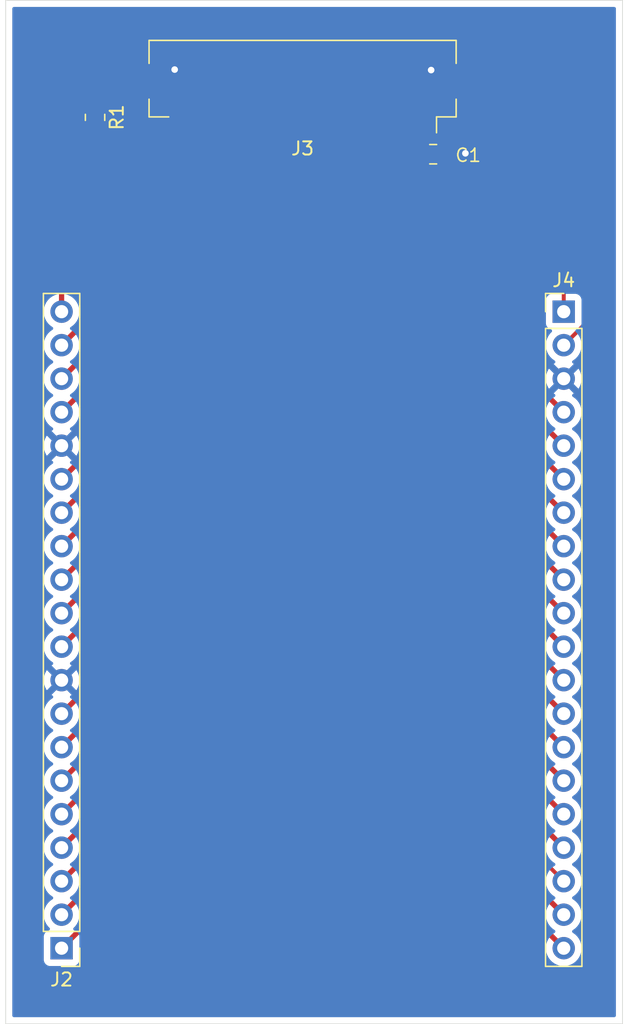
<source format=kicad_pcb>
(kicad_pcb (version 20241229) (generator "pcbnew") (generator_version "9.0")
  (layers (0 "F.Cu" signal) (2 "B.Cu" signal) (13 "F.Paste" user) (15 "B.Paste" user) (5 "F.SilkS" user "F.Silkscreen") (7 "B.SilkS" user "B.Silkscreen") (1 "F.Mask" user) (3 "B.Mask" user) (25 "Edge.Cuts" user))
  (net 0 "")
  (net 1 "/P2")
  (net 2 "/P9")
  (net 3 "/P14")
  (net 4 "/P4")
  (net 5 "/P13")
  (net 6 "/P10")
  (net 7 "/P39")
  (net 8 "/P32")
  (net 9 "/P11")
  (net 10 "/P31")
  (net 11 "/P22")
  (net 12 "/P27")
  (net 13 "/P26")
  (net 14 "/P17")
  (net 15 "/P20")
  (net 16 "/P37")
  (net 17 "/P40")
  (net 18 "/P23")
  (net 19 "/P24")
  (net 20 "/P7")
  (net 21 "/P15")
  (net 22 "/P19")
  (net 23 "/P25")
  (net 24 "/P8")
  (net 25 "/P38")
  (net 26 "/P12")
  (net 27 "/P28")
  (net 28 "/P6")
  (net 29 "/P1")
  (net 30 "/P5")
  (net 31 "/P18")
  (net 32 "/P35")
  (net 33 "/P16")
  (net 34 "/P34")
  (net 35 "/P21")
  (net 36 "/P33")
  (net 37 "/P30")
  (net 38 "GND")
  (footprint "Capacitor_SMD:C_0805_2012Metric" (layer "F.Cu") (at 150.114 38.608)
    (property "Reference" "C1" (at 2.656 0.082 0) (layer "F.SilkS") (effects (font (thickness 0.125))))
    (property "Value" "1µF")
    (fp_line (start -0.261252 -0.735) (end 0.261252 -0.735) (stroke (width 0.12)) (layer "F.SilkS"))
    (fp_line (start -0.261252 0.735) (end 0.261252 0.735) (stroke (width 0.12)) (layer "F.SilkS"))
    (pad "1" smd roundrect (at -0.95 0) (size 1 1.45) (layers "F.Cu" "F.Mask" "F.Paste") (net 4 "/P4"))
    (pad "2" smd roundrect (at 0.95 0) (size 1 1.45) (layers "F.Cu" "F.Mask" "F.Paste") (net 38 "GND"))
  )
  (footprint "Connector_FFC-FPC:Hirose_FH12-40S-0.5SH_1x40-1MP_P0.50mm_Horizontal" (layer "F.Cu") (at 140.208 34.478 180)
    (property "Reference" "J3" (at 0 -3.7 0) (layer "F.SilkS"))
    (property "Value" "Conn_01x40_MountingPin")
    (fp_line (start 11.65 4.5) (end 11.65 2.76) (stroke (width 0.12)) (layer "F.SilkS"))
    (fp_line (start 11.65 -1.3) (end 11.65 0.04) (stroke (width 0.12)) (layer "F.SilkS"))
    (fp_line (start 10.16 -1.3) (end 11.65 -1.3) (stroke (width 0.12)) (layer "F.SilkS"))
    (fp_line (start -10.16 -1.3) (end -10.16 -2.5) (stroke (width 0.12)) (layer "F.SilkS"))
    (fp_line (start -10.16 -1.3) (end -11.65 -1.3) (stroke (width 0.12)) (layer "F.SilkS"))
    (fp_line (start -11.65 4.5) (end 11.65 4.5) (stroke (width 0.12)) (layer "F.SilkS"))
    (fp_line (start -11.65 2.76) (end -11.65 4.5) (stroke (width 0.12)) (layer "F.SilkS"))
    (fp_line (start -11.65 -1.3) (end -11.65 0.04) (stroke (width 0.12)) (layer "F.SilkS"))
    (pad "1" smd rect (at -9.75 -1.85 180) (size 0.3 1.3) (layers "F.Cu" "F.Mask" "F.Paste") (net 29 "/P1"))
    (pad "2" smd rect (at -9.25 -1.85 180) (size 0.3 1.3) (layers "F.Cu" "F.Mask" "F.Paste") (net 1 "/P2"))
    (pad "3" smd rect (at -8.75 -1.85 180) (size 0.3 1.3) (layers "F.Cu" "F.Mask" "F.Paste") (net 38 "GND"))
    (pad "4" smd rect (at -8.25 -1.85 180) (size 0.3 1.3) (layers "F.Cu" "F.Mask" "F.Paste") (net 4 "/P4"))
    (pad "5" smd rect (at -7.75 -1.85 180) (size 0.3 1.3) (layers "F.Cu" "F.Mask" "F.Paste") (net 30 "/P5"))
    (pad "6" smd rect (at -7.25 -1.85 180) (size 0.3 1.3) (layers "F.Cu" "F.Mask" "F.Paste") (net 28 "/P6"))
    (pad "7" smd rect (at -6.75 -1.85 180) (size 0.3 1.3) (layers "F.Cu" "F.Mask" "F.Paste") (net 20 "/P7"))
    (pad "8" smd rect (at -6.25 -1.85 180) (size 0.3 1.3) (layers "F.Cu" "F.Mask" "F.Paste") (net 24 "/P8"))
    (pad "9" smd rect (at -5.75 -1.85 180) (size 0.3 1.3) (layers "F.Cu" "F.Mask" "F.Paste") (net 2 "/P9"))
    (pad "10" smd rect (at -5.25 -1.85 180) (size 0.3 1.3) (layers "F.Cu" "F.Mask" "F.Paste") (net 6 "/P10"))
    (pad "11" smd rect (at -4.75 -1.85 180) (size 0.3 1.3) (layers "F.Cu" "F.Mask" "F.Paste") (net 9 "/P11"))
    (pad "12" smd rect (at -4.25 -1.85 180) (size 0.3 1.3) (layers "F.Cu" "F.Mask" "F.Paste") (net 26 "/P12"))
    (pad "13" smd rect (at -3.75 -1.85 180) (size 0.3 1.3) (layers "F.Cu" "F.Mask" "F.Paste") (net 5 "/P13"))
    (pad "14" smd rect (at -3.25 -1.85 180) (size 0.3 1.3) (layers "F.Cu" "F.Mask" "F.Paste") (net 3 "/P14"))
    (pad "15" smd rect (at -2.75 -1.85 180) (size 0.3 1.3) (layers "F.Cu" "F.Mask" "F.Paste") (net 21 "/P15"))
    (pad "16" smd rect (at -2.25 -1.85 180) (size 0.3 1.3) (layers "F.Cu" "F.Mask" "F.Paste") (net 33 "/P16"))
    (pad "17" smd rect (at -1.75 -1.85 180) (size 0.3 1.3) (layers "F.Cu" "F.Mask" "F.Paste") (net 14 "/P17"))
    (pad "18" smd rect (at -1.25 -1.85 180) (size 0.3 1.3) (layers "F.Cu" "F.Mask" "F.Paste") (net 31 "/P18"))
    (pad "19" smd rect (at -0.75 -1.85 180) (size 0.3 1.3) (layers "F.Cu" "F.Mask" "F.Paste") (net 22 "/P19"))
    (pad "20" smd rect (at -0.25 -1.85 180) (size 0.3 1.3) (layers "F.Cu" "F.Mask" "F.Paste") (net 15 "/P20"))
    (pad "21" smd rect (at 0.25 -1.85 180) (size 0.3 1.3) (layers "F.Cu" "F.Mask" "F.Paste") (net 35 "/P21"))
    (pad "22" smd rect (at 0.75 -1.85 180) (size 0.3 1.3) (layers "F.Cu" "F.Mask" "F.Paste") (net 11 "/P22"))
    (pad "23" smd rect (at 1.25 -1.85 180) (size 0.3 1.3) (layers "F.Cu" "F.Mask" "F.Paste") (net 18 "/P23"))
    (pad "24" smd rect (at 1.75 -1.85 180) (size 0.3 1.3) (layers "F.Cu" "F.Mask" "F.Paste") (net 19 "/P24"))
    (pad "25" smd rect (at 2.25 -1.85 180) (size 0.3 1.3) (layers "F.Cu" "F.Mask" "F.Paste") (net 23 "/P25"))
    (pad "26" smd rect (at 2.75 -1.85 180) (size 0.3 1.3) (layers "F.Cu" "F.Mask" "F.Paste") (net 13 "/P26"))
    (pad "27" smd rect (at 3.25 -1.85 180) (size 0.3 1.3) (layers "F.Cu" "F.Mask" "F.Paste") (net 12 "/P27"))
    (pad "28" smd rect (at 3.75 -1.85 180) (size 0.3 1.3) (layers "F.Cu" "F.Mask" "F.Paste") (net 27 "/P28"))
    (pad "29" smd rect (at 4.25 -1.85 180) (size 0.3 1.3) (layers "F.Cu" "F.Mask" "F.Paste") (net 38 "GND"))
    (pad "30" smd rect (at 4.75 -1.85 180) (size 0.3 1.3) (layers "F.Cu" "F.Mask" "F.Paste") (net 37 "/P30"))
    (pad "31" smd rect (at 5.25 -1.85 180) (size 0.3 1.3) (layers "F.Cu" "F.Mask" "F.Paste") (net 10 "/P31"))
    (pad "32" smd rect (at 5.75 -1.85 180) (size 0.3 1.3) (layers "F.Cu" "F.Mask" "F.Paste") (net 8 "/P32"))
    (pad "33" smd rect (at 6.25 -1.85 180) (size 0.3 1.3) (layers "F.Cu" "F.Mask" "F.Paste") (net 36 "/P33"))
    (pad "34" smd rect (at 6.75 -1.85 180) (size 0.3 1.3) (layers "F.Cu" "F.Mask" "F.Paste") (net 34 "/P34"))
    (pad "35" smd rect (at 7.25 -1.85 180) (size 0.3 1.3) (layers "F.Cu" "F.Mask" "F.Paste") (net 32 "/P35"))
    (pad "36" smd rect (at 7.75 -1.85 180) (size 0.3 1.3) (layers "F.Cu" "F.Mask" "F.Paste") (net 38 "GND"))
    (pad "37" smd rect (at 8.25 -1.85 180) (size 0.3 1.3) (layers "F.Cu" "F.Mask" "F.Paste") (net 16 "/P37"))
    (pad "38" smd rect (at 8.75 -1.85 180) (size 0.3 1.3) (layers "F.Cu" "F.Mask" "F.Paste") (net 25 "/P38"))
    (pad "39" smd rect (at 9.25 -1.85 180) (size 0.3 1.3) (layers "F.Cu" "F.Mask" "F.Paste") (net 7 "/P39"))
    (pad "40" smd rect (at 9.75 -1.85 180) (size 0.3 1.3) (layers "F.Cu" "F.Mask" "F.Paste") (net 17 "/P40"))
    (pad "MP" smd rect (at -11.65 1.4 180) (size 1.8 2.2) (layers "F.Cu" "F.Mask" "F.Paste") (net 38 "GND"))
    (pad "MP" smd rect (at 11.65 1.4 180) (size 1.8 2.2) (layers "F.Cu" "F.Mask" "F.Paste") (net 38 "GND"))
  )
  (footprint "Connector_PinHeader_2.54mm:PinHeader_1x20_P2.54mm_Vertical" (layer "F.Cu") (at 121.92 98.806 180)
    (property "Reference" "J2" (at 0 -2.38 0) (layer "F.SilkS"))
    (property "Value" "Conn_01x20")
    (fp_line (start 1.38 1.27) (end 1.38 49.64) (stroke (width 0.12)) (layer "F.SilkS"))
    (fp_line (start -1.38 49.64) (end 1.38 49.64) (stroke (width 0.12)) (layer "F.SilkS"))
    (fp_line (start -1.38 1.27) (end 1.38 1.27) (stroke (width 0.12)) (layer "F.SilkS"))
    (fp_line (start -1.38 1.27) (end -1.38 49.64) (stroke (width 0.12)) (layer "F.SilkS"))
    (fp_line (start -1.38 0) (end -1.38 -1.38) (stroke (width 0.12)) (layer "F.SilkS"))
    (fp_line (start -1.38 -1.38) (end 0 -1.38) (stroke (width 0.12)) (layer "F.SilkS"))
    (pad "1" thru_hole rect (at 0 0 180) (size 1.7 1.7) (drill 1) (layers "*.Cu" "*.Mask") (net 35 "/P21"))
    (pad "2" thru_hole circle (at 0 2.54 180) (size 1.7 1.7) (drill 1) (layers "*.Cu" "*.Mask") (net 11 "/P22"))
    (pad "3" thru_hole circle (at 0 5.08 180) (size 1.7 1.7) (drill 1) (layers "*.Cu" "*.Mask") (net 18 "/P23"))
    (pad "4" thru_hole circle (at 0 7.62 180) (size 1.7 1.7) (drill 1) (layers "*.Cu" "*.Mask") (net 19 "/P24"))
    (pad "5" thru_hole circle (at 0 10.16 180) (size 1.7 1.7) (drill 1) (layers "*.Cu" "*.Mask") (net 23 "/P25"))
    (pad "6" thru_hole circle (at 0 12.7 180) (size 1.7 1.7) (drill 1) (layers "*.Cu" "*.Mask") (net 13 "/P26"))
    (pad "7" thru_hole circle (at 0 15.24 180) (size 1.7 1.7) (drill 1) (layers "*.Cu" "*.Mask") (net 12 "/P27"))
    (pad "8" thru_hole circle (at 0 17.78 180) (size 1.7 1.7) (drill 1) (layers "*.Cu" "*.Mask") (net 27 "/P28"))
    (pad "9" thru_hole circle (at 0 20.32 180) (size 1.7 1.7) (drill 1) (layers "*.Cu" "*.Mask") (net 38 "GND"))
    (pad "10" thru_hole circle (at 0 22.86 180) (size 1.7 1.7) (drill 1) (layers "*.Cu" "*.Mask") (net 37 "/P30"))
    (pad "11" thru_hole circle (at 0 25.4 180) (size 1.7 1.7) (drill 1) (layers "*.Cu" "*.Mask") (net 10 "/P31"))
    (pad "12" thru_hole circle (at 0 27.94 180) (size 1.7 1.7) (drill 1) (layers "*.Cu" "*.Mask") (net 8 "/P32"))
    (pad "13" thru_hole circle (at 0 30.48 180) (size 1.7 1.7) (drill 1) (layers "*.Cu" "*.Mask") (net 36 "/P33"))
    (pad "14" thru_hole circle (at 0 33.02 180) (size 1.7 1.7) (drill 1) (layers "*.Cu" "*.Mask") (net 34 "/P34"))
    (pad "15" thru_hole circle (at 0 35.56 180) (size 1.7 1.7) (drill 1) (layers "*.Cu" "*.Mask") (net 32 "/P35"))
    (pad "16" thru_hole circle (at 0 38.1 180) (size 1.7 1.7) (drill 1) (layers "*.Cu" "*.Mask") (net 38 "GND"))
    (pad "17" thru_hole circle (at 0 40.64 180) (size 1.7 1.7) (drill 1) (layers "*.Cu" "*.Mask") (net 16 "/P37"))
    (pad "18" thru_hole circle (at 0 43.18 180) (size 1.7 1.7) (drill 1) (layers "*.Cu" "*.Mask") (net 25 "/P38"))
    (pad "19" thru_hole circle (at 0 45.72 180) (size 1.7 1.7) (drill 1) (layers "*.Cu" "*.Mask") (net 7 "/P39"))
    (pad "20" thru_hole circle (at 0 48.26 180) (size 1.7 1.7) (drill 1) (layers "*.Cu" "*.Mask") (net 17 "/P40"))
  )
  (footprint "Connector_PinHeader_2.54mm:PinHeader_1x20_P2.54mm_Vertical" (layer "F.Cu") (at 160.02 50.546)
    (property "Reference" "J4" (at 0 -2.38 0) (layer "F.SilkS"))
    (property "Value" "Conn_01x20")
    (fp_line (start -1.38 -1.38) (end 0 -1.38) (stroke (width 0.12)) (layer "F.SilkS"))
    (fp_line (start -1.38 0) (end -1.38 -1.38) (stroke (width 0.12)) (layer "F.SilkS"))
    (fp_line (start -1.38 1.27) (end -1.38 49.64) (stroke (width 0.12)) (layer "F.SilkS"))
    (fp_line (start -1.38 1.27) (end 1.38 1.27) (stroke (width 0.12)) (layer "F.SilkS"))
    (fp_line (start -1.38 49.64) (end 1.38 49.64) (stroke (width 0.12)) (layer "F.SilkS"))
    (fp_line (start 1.38 1.27) (end 1.38 49.64) (stroke (width 0.12)) (layer "F.SilkS"))
    (pad "1" thru_hole rect (at 0 0) (size 1.7 1.7) (drill 1) (layers "*.Cu" "*.Mask") (net 29 "/P1"))
    (pad "2" thru_hole circle (at 0 2.54) (size 1.7 1.7) (drill 1) (layers "*.Cu" "*.Mask") (net 1 "/P2"))
    (pad "3" thru_hole circle (at 0 5.08) (size 1.7 1.7) (drill 1) (layers "*.Cu" "*.Mask") (net 38 "GND"))
    (pad "4" thru_hole circle (at 0 7.62) (size 1.7 1.7) (drill 1) (layers "*.Cu" "*.Mask") (net 4 "/P4"))
    (pad "5" thru_hole circle (at 0 10.16) (size 1.7 1.7) (drill 1) (layers "*.Cu" "*.Mask") (net 30 "/P5"))
    (pad "6" thru_hole circle (at 0 12.7) (size 1.7 1.7) (drill 1) (layers "*.Cu" "*.Mask") (net 28 "/P6"))
    (pad "7" thru_hole circle (at 0 15.24) (size 1.7 1.7) (drill 1) (layers "*.Cu" "*.Mask") (net 20 "/P7"))
    (pad "8" thru_hole circle (at 0 17.78) (size 1.7 1.7) (drill 1) (layers "*.Cu" "*.Mask") (net 24 "/P8"))
    (pad "9" thru_hole circle (at 0 20.32) (size 1.7 1.7) (drill 1) (layers "*.Cu" "*.Mask") (net 2 "/P9"))
    (pad "10" thru_hole circle (at 0 22.86) (size 1.7 1.7) (drill 1) (layers "*.Cu" "*.Mask") (net 6 "/P10"))
    (pad "11" thru_hole circle (at 0 25.4) (size 1.7 1.7) (drill 1) (layers "*.Cu" "*.Mask") (net 9 "/P11"))
    (pad "12" thru_hole circle (at 0 27.94) (size 1.7 1.7) (drill 1) (layers "*.Cu" "*.Mask") (net 26 "/P12"))
    (pad "13" thru_hole circle (at 0 30.48) (size 1.7 1.7) (drill 1) (layers "*.Cu" "*.Mask") (net 5 "/P13"))
    (pad "14" thru_hole circle (at 0 33.02) (size 1.7 1.7) (drill 1) (layers "*.Cu" "*.Mask") (net 3 "/P14"))
    (pad "15" thru_hole circle (at 0 35.56) (size 1.7 1.7) (drill 1) (layers "*.Cu" "*.Mask") (net 21 "/P15"))
    (pad "16" thru_hole circle (at 0 38.1) (size 1.7 1.7) (drill 1) (layers "*.Cu" "*.Mask") (net 33 "/P16"))
    (pad "17" thru_hole circle (at 0 40.64) (size 1.7 1.7) (drill 1) (layers "*.Cu" "*.Mask") (net 14 "/P17"))
    (pad "18" thru_hole circle (at 0 43.18) (size 1.7 1.7) (drill 1) (layers "*.Cu" "*.Mask") (net 31 "/P18"))
    (pad "19" thru_hole circle (at 0 45.72) (size 1.7 1.7) (drill 1) (layers "*.Cu" "*.Mask") (net 22 "/P19"))
    (pad "20" thru_hole circle (at 0 48.26) (size 1.7 1.7) (drill 1) (layers "*.Cu" "*.Mask") (net 15 "/P20"))
  )
  (footprint "Resistor_SMD:R_0805_2012Metric" (layer "F.Cu") (at 124.46 35.814 -90)
    (property "Reference" "R1" (at 0 -1.65 90) (layer "F.SilkS"))
    (property "Value" "10k")
    (fp_line (start -0.227064 0.735) (end 0.227064 0.735) (stroke (width 0.12)) (layer "F.SilkS"))
    (fp_line (start -0.227064 -0.735) (end 0.227064 -0.735) (stroke (width 0.12)) (layer "F.SilkS"))
    (pad "1" smd roundrect (at -0.9125 0 270) (size 1.025 1.4) (layers "F.Cu" "F.Mask" "F.Paste") (roundrect_rratio 0.243902) (net 4 "/P4"))
    (pad "2" smd roundrect (at 0.9125 0 270) (size 1.025 1.4) (layers "F.Cu" "F.Mask" "F.Paste") (roundrect_rratio 0.243902) (net 10 "/P31"))
  )
  (gr_rect (start 117.68 26.94) (end 164.48 104.54) (stroke (width 0.05)) (fill no) (layer "Edge.Cuts"))
  (via (at 149.96 32.228) (size 1) (drill 0.5) (layers "F.Cu" "B.Cu") (net 0))
  (via (at 152.56 38.54) (size 1) (drill 0.5) (layers "F.Cu" "B.Cu") (net 0))
  (via (at 130.5 32.19) (size 1) (drill 0.5) (layers "F.Cu" "B.Cu") (net 0))
  (segment (start 162.306 50.8) (end 162.306 44.196) (width 0.3) (layer "F.Cu") (net 1))
  (segment (start 152.908 34.798) (end 149.86 34.798) (width 0.3) (layer "F.Cu") (net 1))
  (segment (start 160.02 53.086) (end 162.306 50.8) (width 0.3) (layer "F.Cu") (net 1))
  (segment (start 162.306 44.196) (end 152.908 34.798) (width 0.3) (layer "F.Cu") (net 1))
  (segment (start 149.86 34.798) (end 149.458 35.2) (width 0.3) (layer "F.Cu") (net 1))
  (segment (start 149.458 35.2) (end 149.458 36.328) (width 0.3) (layer "F.Cu") (net 1))
  (segment (start 160.02 70.866) (end 150.358 61.204) (width 0.4) (layer "F.Cu") (net 2))
  (segment (start 150.358 61.204) (end 150.358 45.865456) (width 0.4) (layer "F.Cu") (net 2))
  (segment (start 145.958 41.465456) (end 145.958 36.328) (width 0.3) (layer "F.Cu") (net 2))
  (segment (start 150.358 45.865456) (end 146.988272 42.495728) (width 0.4) (layer "F.Cu") (net 2))
  (segment (start 146.988272 42.495728) (end 145.958 41.465456) (width 0.3) (layer "F.Cu") (net 2))
  (segment (start 146.558 47.244) (end 145.288 45.974) (width 0.4) (layer "F.Cu") (net 3))
  (segment (start 160.02 83.566) (end 146.558 70.104) (width 0.4) (layer "F.Cu") (net 3))
  (segment (start 145.288 45.974) (end 143.458 44.144) (width 0.3) (layer "F.Cu") (net 3))
  (segment (start 143.458 44.144) (end 143.458 36.328) (width 0.3) (layer "F.Cu") (net 3))
  (segment (start 146.558 70.104) (end 146.558 47.244) (width 0.4) (layer "F.Cu") (net 3))
  (segment (start 147.574 34.544) (end 148.458 35.428) (width 0.3) (layer "F.Cu") (net 4))
  (segment (start 148.458 35.428) (end 148.458 36.328) (width 0.3) (layer "F.Cu") (net 4))
  (segment (start 150.114 39.558) (end 149.164 38.608) (width 0.4) (layer "F.Cu") (net 4))
  (segment (start 148.458 37.902) (end 148.458 36.328) (width 0.3) (layer "F.Cu") (net 4))
  (segment (start 149.164 38.608) (end 148.458 37.902) (width 0.3) (layer "F.Cu") (net 4))
  (segment (start 124.46 34.9015) (end 124.8175 34.544) (width 0.3) (layer "F.Cu") (net 4))
  (segment (start 154.498 52.644) (end 154.498 44.262) (width 0.4) (layer "F.Cu") (net 4))
  (segment (start 160.02 58.166) (end 154.498 52.644) (width 0.4) (layer "F.Cu") (net 4))
  (segment (start 154.498 44.262) (end 150.114 39.878) (width 0.4) (layer "F.Cu") (net 4))
  (segment (start 124.8175 34.544) (end 147.574 34.544) (width 0.3) (layer "F.Cu") (net 4))
  (segment (start 150.114 39.878) (end 150.114 39.558) (width 0.4) (layer "F.Cu") (net 4))
  (segment (start 147.164544 46.637456) (end 145.739088 45.212) (width 0.4) (layer "F.Cu") (net 5))
  (segment (start 147.32 68.326) (end 147.32 46.792912) (width 0.4) (layer "F.Cu") (net 5))
  (segment (start 145.739088 45.212) (end 143.958 43.430912) (width 0.3) (layer "F.Cu") (net 5))
  (segment (start 143.958 43.430912) (end 143.958 36.328) (width 0.3) (layer "F.Cu") (net 5))
  (segment (start 160.02 81.026) (end 147.32 68.326) (width 0.4) (layer "F.Cu") (net 5))
  (segment (start 147.32 46.792912) (end 147.164544 46.637456) (width 0.4) (layer "F.Cu") (net 5))
  (segment (start 149.657 46.228) (end 149.657 46.15582) (width 0.4) (layer "F.Cu") (net 6))
  (segment (start 149.657 63.043) (end 149.657 46.228) (width 0.4) (layer "F.Cu") (net 6))
  (segment (start 146.61959 43.11841) (end 145.458 41.95682) (width 0.3) (layer "F.Cu") (net 6))
  (segment (start 145.458 41.95682) (end 145.458 36.328) (width 0.3) (layer "F.Cu") (net 6))
  (segment (start 149.657 46.15582) (end 146.61959 43.11841) (width 0.4) (layer "F.Cu") (net 6))
  (segment (start 160.02 73.406) (end 149.657 63.043) (width 0.4) (layer "F.Cu") (net 6))
  (segment (start 124.46 43.688) (end 130.669 37.479) (width 0.4) (layer "F.Cu") (net 7))
  (segment (start 130.669 37.479) (end 130.958 37.19) (width 0.3) (layer "F.Cu") (net 7))
  (segment (start 124.46 50.546) (end 124.46 43.688) (width 0.4) (layer "F.Cu") (net 7))
  (segment (start 130.958 37.19) (end 130.958 36.328) (width 0.3) (layer "F.Cu") (net 7))
  (segment (start 121.92 53.086) (end 124.46 50.546) (width 0.4) (layer "F.Cu") (net 7))
  (segment (start 134.458 40.630728) (end 134.458 36.328) (width 0.3) (layer "F.Cu") (net 8))
  (segment (start 121.92 70.866) (end 129.55 63.236) (width 0.4) (layer "F.Cu") (net 8))
  (segment (start 133.137364 41.951364) (end 134.366 40.722728) (width 0.4) (layer "F.Cu") (net 8))
  (segment (start 130.343364 44.745364) (end 133.137364 41.951364) (width 0.4) (layer "F.Cu") (net 8))
  (segment (start 129.55 63.236) (end 129.55 56.134) (width 0.4) (layer "F.Cu") (net 8))
  (segment (start 129.55 56.134) (end 129.55 45.538728) (width 0.4) (layer "F.Cu") (net 8))
  (segment (start 129.55 45.538728) (end 130.343364 44.745364) (width 0.4) (layer "F.Cu") (net 8))
  (segment (start 134.366 40.722728) (end 134.458 40.630728) (width 0.3) (layer "F.Cu") (net 8))
  (segment (start 144.958 42.448184) (end 144.958 36.328) (width 0.3) (layer "F.Cu") (net 9))
  (segment (start 148.956 46.482) (end 148.956 46.446184) (width 0.4) (layer "F.Cu") (net 9))
  (segment (start 148.956 64.882) (end 148.956 46.482) (width 0.4) (layer "F.Cu") (net 9))
  (segment (start 148.956 46.446184) (end 146.250908 43.741092) (width 0.4) (layer "F.Cu") (net 9))
  (segment (start 160.02 75.946) (end 148.956 64.882) (width 0.4) (layer "F.Cu") (net 9))
  (segment (start 146.250908 43.741092) (end 144.958 42.448184) (width 0.3) (layer "F.Cu") (net 9))
  (segment (start 134.678092 41.402) (end 134.958 41.122092) (width 0.3) (layer "F.Cu") (net 10))
  (segment (start 124.46 36.7265) (end 126.1415 35.045) (width 0.3) (layer "F.Cu") (net 10))
  (segment (start 134.958 35.39) (end 134.958 36.328) (width 0.3) (layer "F.Cu") (net 10))
  (segment (start 121.92 73.406) (end 130.331046 64.994954) (width 0.4) (layer "F.Cu") (net 10))
  (segment (start 134.958 41.122092) (end 134.958 36.328) (width 0.3) (layer "F.Cu") (net 10))
  (segment (start 134.62 41.402) (end 134.678092 41.402) (width 0.3) (layer "F.Cu") (net 10))
  (segment (start 130.331046 64.994954) (end 130.331046 45.749046) (width 0.4) (layer "F.Cu") (net 10))
  (segment (start 134.613 35.045) (end 134.958 35.39) (width 0.3) (layer "F.Cu") (net 10))
  (segment (start 126.1415 35.045) (end 134.613 35.045) (width 0.3) (layer "F.Cu") (net 10))
  (segment (start 130.331046 45.749046) (end 134.62 41.460092) (width 0.4) (layer "F.Cu") (net 10))
  (segment (start 121.92 96.266) (end 137.038 81.148) (width 0.4) (layer "F.Cu") (net 11))
  (segment (start 137.038 48.042364) (end 138.514182 46.566182) (width 0.4) (layer "F.Cu") (net 11))
  (segment (start 139.458 45.622364) (end 139.458 36.328) (width 0.3) (layer "F.Cu") (net 11))
  (segment (start 137.038 81.148) (end 137.038 67.818) (width 0.4) (layer "F.Cu") (net 11))
  (segment (start 137.038 67.818) (end 137.038 48.042364) (width 0.4) (layer "F.Cu") (net 11))
  (segment (start 138.514182 46.566182) (end 139.458 45.622364) (width 0.3) (layer "F.Cu") (net 11))
  (segment (start 136.958 43.103364) (end 136.958 36.328) (width 0.3) (layer "F.Cu") (net 12))
  (segment (start 121.92 83.566) (end 133.228 72.258) (width 0.4) (layer "F.Cu") (net 12))
  (segment (start 133.228 72.258) (end 133.228 46.833364) (width 0.4) (layer "F.Cu") (net 12))
  (segment (start 133.228 46.833364) (end 136.639682 43.421682) (width 0.4) (layer "F.Cu") (net 12))
  (segment (start 136.639682 43.421682) (end 136.958 43.103364) (width 0.3) (layer "F.Cu") (net 12))
  (segment (start 134.112 46.99) (end 134.112 46.940728) (width 0.4) (layer "F.Cu") (net 13))
  (segment (start 134.112 46.940728) (end 136.881364 44.171364) (width 0.4) (layer "F.Cu") (net 13))
  (segment (start 134.112 73.914) (end 134.112 46.99) (width 0.4) (layer "F.Cu") (net 13))
  (segment (start 121.92 86.106) (end 134.112 73.914) (width 0.4) (layer "F.Cu") (net 13))
  (segment (start 137.458 43.594728) (end 137.458 36.328) (width 0.3) (layer "F.Cu") (net 13))
  (segment (start 136.881364 44.171364) (end 137.458 43.594728) (width 0.3) (layer "F.Cu") (net 13))
  (segment (start 144.455 75.621) (end 144.455 48.26) (width 0.4) (layer "F.Cu") (net 14))
  (segment (start 144.455 48.26) (end 144.455 48.189) (width 0.4) (layer "F.Cu") (net 14))
  (segment (start 160.02 91.186) (end 144.455 75.621) (width 0.4) (layer "F.Cu") (net 14))
  (segment (start 144.018 47.752) (end 141.958 45.692) (width 0.3) (layer "F.Cu") (net 14))
  (segment (start 144.455 48.189) (end 144.018 47.752) (width 0.4) (layer "F.Cu") (net 14))
  (segment (start 141.958 45.692) (end 141.958 36.328) (width 0.3) (layer "F.Cu") (net 14))
  (segment (start 140.716 47.498) (end 140.716 79.502) (width 0.3) (layer "F.Cu") (net 15))
  (segment (start 140.437 47.219) (end 140.716 47.498) (width 0.3) (layer "F.Cu") (net 15))
  (segment (start 140.458 36.328) (end 140.458 47.198) (width 0.3) (layer "F.Cu") (net 15))
  (segment (start 160.02 98.806) (end 140.716 79.502) (width 0.4) (layer "F.Cu") (net 15))
  (segment (start 140.458 47.198) (end 140.437 47.219) (width 0.3) (layer "F.Cu") (net 15))
  (segment (start 131.958 38.172728) (end 131.958 36.328) (width 0.3) (layer "F.Cu") (net 16))
  (segment (start 121.92 58.166) (end 126.037682 54.048318) (width 0.4) (layer "F.Cu") (net 16))
  (segment (start 126.037682 54.048318) (end 126.037682 44.196) (width 0.4) (layer "F.Cu") (net 16))
  (segment (start 131.928364 38.202364) (end 131.958 38.172728) (width 0.3) (layer "F.Cu") (net 16))
  (segment (start 126.037682 44.196) (end 126.037682 44.093046) (width 0.4) (layer "F.Cu") (net 16))
  (segment (start 126.037682 44.093046) (end 131.928364 38.202364) (width 0.3) (layer "F.Cu") (net 16))
  (segment (start 121.92 44.704) (end 130.296 36.328) (width 0.4) (layer "F.Cu") (net 17))
  (segment (start 130.296 36.328) (end 130.407 36.328) (width 0.4) (layer "F.Cu") (net 17))
  (segment (start 121.92 50.546) (end 121.92 44.704) (width 0.4) (layer "F.Cu") (net 17))
  (segment (start 136.337 79.309) (end 136.337 47.752) (width 0.4) (layer "F.Cu") (net 18))
  (segment (start 138.958 45.131) (end 138.958 36.328) (width 0.3) (layer "F.Cu") (net 18))
  (segment (start 136.337 47.752) (end 138.1455 45.9435) (width 0.4) (layer "F.Cu") (net 18))
  (segment (start 138.1455 45.9435) (end 138.958 45.131) (width 0.3) (layer "F.Cu") (net 18))
  (segment (start 121.92 93.726) (end 136.337 79.309) (width 0.4) (layer "F.Cu") (net 18))
  (segment (start 138.458 44.577456) (end 138.458 36.328) (width 0.3) (layer "F.Cu") (net 19))
  (segment (start 135.636 77.47) (end 135.636 47.399456) (width 0.4) (layer "F.Cu") (net 19))
  (segment (start 135.636 47.399456) (end 137.491728 45.543728) (width 0.4) (layer "F.Cu") (net 19))
  (segment (start 137.491728 45.543728) (end 138.458 44.577456) (width 0.3) (layer "F.Cu") (net 19))
  (segment (start 121.92 91.186) (end 135.636 77.47) (width 0.4) (layer "F.Cu") (net 19))
  (segment (start 151.76 57.526) (end 151.76 45.284728) (width 0.4) (layer "F.Cu") (net 20))
  (segment (start 151.76 45.284728) (end 147.598636 41.123364) (width 0.4) (layer "F.Cu") (net 20))
  (segment (start 146.958 40.482728) (end 146.958 36.328) (width 0.3) (layer "F.Cu") (net 20))
  (segment (start 160.02 65.786) (end 151.76 57.526) (width 0.4) (layer "F.Cu") (net 20))
  (segment (start 147.598636 41.123364) (end 146.958 40.482728) (width 0.3) (layer "F.Cu") (net 20))
  (segment (start 160.02 86.106) (end 145.857 71.943) (width 0.4) (layer "F.Cu") (net 21))
  (segment (start 144.919318 46.596682) (end 142.958 44.635364) (width 0.3) (layer "F.Cu") (net 21))
  (segment (start 142.958 44.635364) (end 142.958 36.328) (width 0.3) (layer "F.Cu") (net 21))
  (segment (start 145.857 47.534364) (end 144.919318 46.596682) (width 0.4) (layer "F.Cu") (net 21))
  (segment (start 145.857 71.943) (end 145.857 47.534364) (width 0.4) (layer "F.Cu") (net 21))
  (segment (start 140.958 46.724) (end 140.958 36.328) (width 0.3) (layer "F.Cu") (net 22))
  (segment (start 141.417 77.663) (end 141.417 49.276) (width 0.3) (layer "F.Cu") (net 22))
  (segment (start 160.02 96.266) (end 141.417 77.663) (width 0.4) (layer "F.Cu") (net 22))
  (segment (start 141.417 47.183) (end 140.988 46.754) (width 0.3) (layer "F.Cu") (net 22))
  (segment (start 140.988 46.754) (end 140.958 46.724) (width 0.3) (layer "F.Cu") (net 22))
  (segment (start 141.417 49.276) (end 141.417 47.183) (width 0.3) (layer "F.Cu") (net 22))
  (segment (start 134.874 47.244) (end 134.874 47.170092) (width 0.4) (layer "F.Cu") (net 23))
  (segment (start 137.504046 44.540046) (end 137.958 44.086092) (width 0.3) (layer "F.Cu") (net 23))
  (segment (start 134.874 75.692) (end 134.874 47.244) (width 0.4) (layer "F.Cu") (net 23))
  (segment (start 134.874 47.170092) (end 137.504046 44.540046) (width 0.4) (layer "F.Cu") (net 23))
  (segment (start 137.958 44.086092) (end 137.958 36.328) (width 0.3) (layer "F.Cu") (net 23))
  (segment (start 121.92 88.646) (end 134.874 75.692) (width 0.4) (layer "F.Cu") (net 23))
  (segment (start 151.059 59.365) (end 151.059 45.575092) (width 0.4) (layer "F.Cu") (net 24))
  (segment (start 147.229954 41.746046) (end 146.458 40.974092) (width 0.3) (layer "F.Cu") (net 24))
  (segment (start 151.059 45.575092) (end 147.229954 41.746046) (width 0.4) (layer "F.Cu") (net 24))
  (segment (start 160.02 68.326) (end 151.059 59.365) (width 0.4) (layer "F.Cu") (net 24))
  (segment (start 146.458 40.974092) (end 146.458 36.328) (width 0.3) (layer "F.Cu") (net 24))
  (segment (start 121.92 55.626) (end 125.336682 52.209318) (width 0.4) (layer "F.Cu") (net 25))
  (segment (start 125.336682 52.209318) (end 125.336682 43.802682) (width 0.4) (layer "F.Cu") (net 25))
  (segment (start 125.336682 43.802682) (end 131.4 37.739364) (width 0.4) (layer "F.Cu") (net 25))
  (segment (start 131.458 37.504) (end 131.458 36.328) (width 0.3) (layer "F.Cu") (net 25))
  (segment (start 131.4 37.739364) (end 131.4 37.71) (width 0.4) (layer "F.Cu") (net 25))
  (segment (start 146.517226 44.998774) (end 145.968452 44.45) (width 0.4) (layer "F.Cu") (net 26))
  (segment (start 148.168226 46.649774) (end 146.517226 44.998774) (width 0.4) (layer "F.Cu") (net 26))
  (segment (start 148.168226 66.634226) (end 148.168226 46.649774) (width 0.4) (layer "F.Cu") (net 26))
  (segment (start 145.968452 44.45) (end 144.458 42.939548) (width 0.3) (layer "F.Cu") (net 26))
  (segment (start 144.458 42.939548) (end 144.458 36.328) (width 0.3) (layer "F.Cu") (net 26))
  (segment (start 160.02 78.486) (end 148.168226 66.634226) (width 0.4) (layer "F.Cu") (net 26))
  (segment (start 132.542816 46.527184) (end 136.144 42.926) (width 0.4) (layer "F.Cu") (net 27))
  (segment (start 136.144 42.926) (end 136.458 42.612) (width 0.3) (layer "F.Cu") (net 27))
  (segment (start 121.92 81.026) (end 132.527 70.419) (width 0.4) (layer "F.Cu") (net 27))
  (segment (start 132.527 70.419) (end 132.527 46.527184) (width 0.4) (layer "F.Cu") (net 27))
  (segment (start 136.458 42.612) (end 136.458 36.328) (width 0.3) (layer "F.Cu") (net 27))
  (segment (start 132.527 46.527184) (end 132.542816 46.527184) (width 0.4) (layer "F.Cu") (net 27))
  (segment (start 152.461 55.687) (end 152.461 44.994364) (width 0.4) (layer "F.Cu") (net 28))
  (segment (start 147.458 39.991364) (end 147.458 36.328) (width 0.3) (layer "F.Cu") (net 28))
  (segment (start 152.461 44.994364) (end 147.967318 40.500682) (width 0.4) (layer "F.Cu") (net 28))
  (segment (start 147.967318 40.500682) (end 147.458 39.991364) (width 0.3) (layer "F.Cu") (net 28))
  (segment (start 160.02 63.246) (end 152.461 55.687) (width 0.4) (layer "F.Cu") (net 28))
  (segment (start 150.36 35.31) (end 149.958 35.712) (width 0.3) (layer "F.Cu") (net 29))
  (segment (start 149.958 35.712) (end 149.958 36.328) (width 0.3) (layer "F.Cu") (net 29))
  (segment (start 152.39 35.31) (end 150.36 35.31) (width 0.3) (layer "F.Cu") (net 29))
  (segment (start 160.02 50.546) (end 160.02 42.94) (width 0.3) (layer "F.Cu") (net 29))
  (segment (start 160.02 42.94) (end 152.39 35.31) (width 0.3) (layer "F.Cu") (net 29))
  (segment (start 153.162 53.848) (end 153.162 45.466) (width 0.4) (layer "F.Cu") (net 30))
  (segment (start 153.162 44.704) (end 148.336 39.878) (width 0.4) (layer "F.Cu") (net 30))
  (segment (start 160.02 60.706) (end 153.162 53.848) (width 0.4) (layer "F.Cu") (net 30))
  (segment (start 148.336 39.878) (end 147.958 39.5) (width 0.3) (layer "F.Cu") (net 30))
  (segment (start 153.162 45.466) (end 153.162 44.704) (width 0.4) (layer "F.Cu") (net 30))
  (segment (start 147.958 39.5) (end 147.958 36.328) (width 0.3) (layer "F.Cu") (net 30))
  (segment (start 141.458 45.90052) (end 141.458 36.328) (width 0.3) (layer "F.Cu") (net 31))
  (segment (start 160.02 93.726) (end 141.968 75.674) (width 0.3) (layer "F.Cu") (net 31))
  (segment (start 141.968 75.674) (end 141.968 46.41052) (width 0.3) (layer "F.Cu") (net 31))
  (segment (start 141.968 46.41052) (end 141.458 45.90052) (width 0.3) (layer "F.Cu") (net 31))
  (segment (start 132.958 39.155456) (end 132.792728 39.320728) (width 0.3) (layer "F.Cu") (net 32))
  (segment (start 127.447 57.719) (end 121.92 63.246) (width 0.4) (layer "F.Cu") (net 32))
  (segment (start 127.447 44.666456) (end 127.447 57.719) (width 0.4) (layer "F.Cu") (net 32))
  (segment (start 132.792728 39.320728) (end 127.447 44.666456) (width 0.4) (layer "F.Cu") (net 32))
  (segment (start 132.958 36.328) (end 132.958 39.155456) (width 0.3) (layer "F.Cu") (net 32))
  (segment (start 145.156 47.981364) (end 145.156 47.824728) (width 0.4) (layer "F.Cu") (net 33))
  (segment (start 160.02 88.646) (end 145.156 73.782) (width 0.4) (layer "F.Cu") (net 33))
  (segment (start 144.550636 47.219364) (end 142.458 45.126728) (width 0.3) (layer "F.Cu") (net 33))
  (segment (start 145.156 73.782) (end 145.156 47.981364) (width 0.4) (layer "F.Cu") (net 33))
  (segment (start 145.156 47.824728) (end 144.550636 47.219364) (width 0.4) (layer "F.Cu") (net 33))
  (segment (start 142.458 45.126728) (end 142.458 36.328) (width 0.3) (layer "F.Cu") (net 33))
  (segment (start 128.148 59.558) (end 128.148 44.958) (width 0.4) (layer "F.Cu") (net 34))
  (segment (start 133.458 39.648) (end 133.458 36.328) (width 0.3) (layer "F.Cu") (net 34))
  (segment (start 128.148 44.958) (end 133.35 39.756) (width 0.4) (layer "F.Cu") (net 34))
  (segment (start 121.92 65.786) (end 128.148 59.558) (width 0.4) (layer "F.Cu") (net 34))
  (segment (start 133.35 39.756) (end 133.458 39.648) (width 0.3) (layer "F.Cu") (net 34))
  (segment (start 138.120864 47.950864) (end 139.936 46.135728) (width 0.3) (layer "F.Cu") (net 35))
  (segment (start 139.958 36.328) (end 139.958 46.113728) (width 0.3) (layer "F.Cu") (net 35))
  (segment (start 137.739864 82.986136) (end 137.739864 48.331864) (width 0.4) (layer "F.Cu") (net 35))
  (segment (start 137.739864 48.331864) (end 138.120864 47.950864) (width 0.4) (layer "F.Cu") (net 35))
  (segment (start 121.92 98.806) (end 137.739864 82.986136) (width 0.4) (layer "F.Cu") (net 35))
  (segment (start 121.92 68.326) (end 128.849 61.397) (width 0.4) (layer "F.Cu") (net 36))
  (segment (start 132.768682 41.328682) (end 133.911682 40.185682) (width 0.3) (layer "F.Cu") (net 36))
  (segment (start 133.958 40.139364) (end 133.958 36.328) (width 0.3) (layer "F.Cu") (net 36))
  (segment (start 128.849 61.397) (end 128.849 45.248364) (width 0.4) (layer "F.Cu") (net 36))
  (segment (start 133.911682 40.185682) (end 133.958 40.139364) (width 0.3) (layer "F.Cu") (net 36))
  (segment (start 128.849 45.248364) (end 132.768682 41.328682) (width 0.4) (layer "F.Cu") (net 36))
  (segment (start 131.080728 45.990728) (end 135.144728 41.926728) (width 0.4) (layer "F.Cu") (net 37))
  (segment (start 121.92 75.946) (end 131.080728 66.785272) (width 0.4) (layer "F.Cu") (net 37))
  (segment (start 131.080728 66.785272) (end 131.080728 45.990728) (width 0.4) (layer "F.Cu") (net 37))
  (segment (start 135.458 41.613456) (end 135.458 36.328) (width 0.3) (layer "F.Cu") (net 37))
  (segment (start 135.144728 41.926728) (end 135.458 41.613456) (width 0.3) (layer "F.Cu") (net 37))
  (segment (start 160.02 55.626) (end 155.099 50.705) (width 0.4) (layer "F.Cu") (net 38))
  (segment (start 135.958 42.10482) (end 135.958 36.328) (width 0.3) (layer "F.Cu") (net 38))
  (segment (start 155.099 43.847) (end 151.064 39.812) (width 0.4) (layer "F.Cu") (net 38))
  (segment (start 128.558 33.078) (end 151.858 33.078) (width 0.3) (layer "F.Cu") (net 38))
  (segment (start 126.746 55.88) (end 126.746 44.45) (width 0.4) (layer "F.Cu") (net 38))
  (segment (start 148.958 37.198) (end 148.958 36.328) (width 0.3) (layer "F.Cu") (net 38))
  (segment (start 121.92 60.706) (end 126.746 55.88) (width 0.4) (layer "F.Cu") (net 38))
  (segment (start 150.362 37.482) (end 149.242 37.482) (width 0.3) (layer "F.Cu") (net 38))
  (segment (start 132.458 38.664092) (end 132.458 36.328) (width 0.3) (layer "F.Cu") (net 38))
  (segment (start 149.242 37.482) (end 148.958 37.198) (width 0.3) (layer "F.Cu") (net 38))
  (segment (start 131.95741 46.10541) (end 135.64041 42.42241) (width 0.4) (layer "F.Cu") (net 38))
  (segment (start 151.064 39.812) (end 151.064 38.608) (width 0.4) (layer "F.Cu") (net 38))
  (segment (start 121.92 78.486) (end 131.826 68.58) (width 0.4) (layer "F.Cu") (net 38))
  (segment (start 131.826 46.23682) (end 131.95741 46.10541) (width 0.4) (layer "F.Cu") (net 38))
  (segment (start 151.064 38.608) (end 150.15 37.694) (width 0.3) (layer "F.Cu") (net 38))
  (segment (start 135.958 36.328) (end 135.958 36.54) (width 0.3) (layer "F.Cu") (net 38))
  (segment (start 126.746 44.45) (end 126.746 44.376092) (width 0.4) (layer "F.Cu") (net 38))
  (segment (start 150.15 37.694) (end 150.362 37.482) (width 0.3) (layer "F.Cu") (net 38))
  (segment (start 132.424046 38.698046) (end 132.458 38.664092) (width 0.3) (layer "F.Cu") (net 38))
  (segment (start 135.64041 42.42241) (end 135.958 42.10482) (width 0.3) (layer "F.Cu") (net 38))
  (segment (start 155.099 50.705) (end 155.099 43.847) (width 0.4) (layer "F.Cu") (net 38))
  (segment (start 126.746 44.376092) (end 132.424046 38.698046) (width 0.3) (layer "F.Cu") (net 38))
  (segment (start 131.826 68.58) (end 131.826 46.23682) (width 0.4) (layer "F.Cu") (net 38))
  (zone (net 38) (net_name "GND") (layer "B.Cu") (connect_pads (clearance 0.5)) (min_thickness 0.25) (fill yes (thermal_gap 0.5) (thermal_bridge_width 0.5))
    (polygon (pts (xy 117.69 26.95) (xy 164.48 26.95) (xy 164.48 104.54) (xy 117.68 104.54)))
  )
)
</source>
